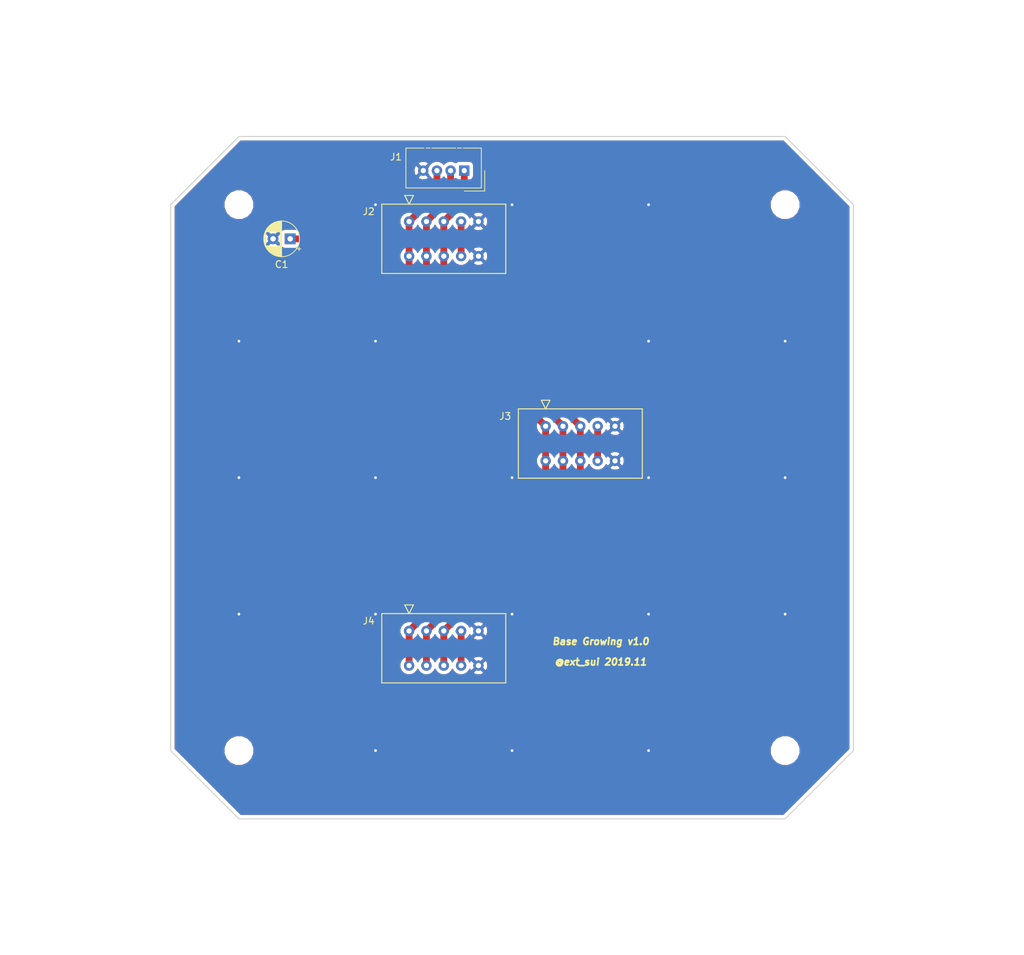
<source format=kicad_pcb>
(kicad_pcb (version 20171130) (host pcbnew "(5.0.2)-1")

  (general
    (thickness 1.6)
    (drawings 14)
    (tracks 77)
    (zones 0)
    (modules 9)
    (nets 8)
  )

  (page A4)
  (layers
    (0 F.Cu signal)
    (31 B.Cu signal)
    (32 B.Adhes user)
    (33 F.Adhes user)
    (34 B.Paste user)
    (35 F.Paste user)
    (36 B.SilkS user)
    (37 F.SilkS user)
    (38 B.Mask user)
    (39 F.Mask user)
    (40 Dwgs.User user)
    (41 Cmts.User user)
    (42 Eco1.User user)
    (43 Eco2.User user)
    (44 Edge.Cuts user)
    (45 Margin user)
    (46 B.CrtYd user)
    (47 F.CrtYd user)
    (48 B.Fab user)
    (49 F.Fab user)
  )

  (setup
    (last_trace_width 1)
    (user_trace_width 0.5)
    (user_trace_width 1)
    (trace_clearance 0.2)
    (zone_clearance 0.508)
    (zone_45_only no)
    (trace_min 0.2)
    (segment_width 0.2)
    (edge_width 0.15)
    (via_size 0.8)
    (via_drill 0.4)
    (via_min_size 0.4)
    (via_min_drill 0.3)
    (uvia_size 0.3)
    (uvia_drill 0.1)
    (uvias_allowed no)
    (uvia_min_size 0.2)
    (uvia_min_drill 0.1)
    (pcb_text_width 0.3)
    (pcb_text_size 1.5 1.5)
    (mod_edge_width 0.15)
    (mod_text_size 1 1)
    (mod_text_width 0.15)
    (pad_size 1.524 1.524)
    (pad_drill 0.762)
    (pad_to_mask_clearance 0.051)
    (solder_mask_min_width 0.25)
    (aux_axis_origin 0 0)
    (visible_elements 7FFFFFFF)
    (pcbplotparams
      (layerselection 0x010fc_ffffffff)
      (usegerberextensions true)
      (usegerberattributes false)
      (usegerberadvancedattributes false)
      (creategerberjobfile false)
      (excludeedgelayer true)
      (linewidth 0.100000)
      (plotframeref false)
      (viasonmask false)
      (mode 1)
      (useauxorigin false)
      (hpglpennumber 1)
      (hpglpenspeed 20)
      (hpglpendiameter 15.000000)
      (psnegative false)
      (psa4output false)
      (plotreference true)
      (plotvalue true)
      (plotinvisibletext false)
      (padsonsilk false)
      (subtractmaskfromsilk false)
      (outputformat 1)
      (mirror false)
      (drillshape 0)
      (scaleselection 1)
      (outputdirectory "Gerber/"))
  )

  (net 0 "")
  (net 1 GND)
  (net 2 SCL)
  (net 3 SDA)
  (net 4 +5V)
  (net 5 "Net-(J2-Pad4)")
  (net 6 "Net-(J3-Pad4)")
  (net 7 "Net-(J4-Pad4)")

  (net_class Default "これはデフォルトのネット クラスです。"
    (clearance 0.2)
    (trace_width 0.25)
    (via_dia 0.8)
    (via_drill 0.4)
    (uvia_dia 0.3)
    (uvia_drill 0.1)
    (add_net +5V)
    (add_net GND)
    (add_net "Net-(J2-Pad4)")
    (add_net "Net-(J3-Pad4)")
    (add_net "Net-(J4-Pad4)")
    (add_net SCL)
    (add_net SDA)
  )

  (module extsui:CONN_CARD_EDGE_395-010-521-201 (layer F.Cu) (tedit 5DC802FC) (tstamp 5DC80E53)
    (at 120 130)
    (path /5DC80660)
    (fp_text reference J4 (at -11 -4) (layer F.SilkS)
      (effects (font (size 1 1) (thickness 0.15)))
    )
    (fp_text value Conn_01x05 (at 0 -8.12) (layer F.Fab)
      (effects (font (size 1 1) (thickness 0.15)))
    )
    (fp_line (start -9.08 -5.08) (end 9.08 -5.08) (layer F.SilkS) (width 0.15))
    (fp_line (start -9.08 5.08) (end 9.08 5.08) (layer F.SilkS) (width 0.15))
    (fp_line (start 9.08 -5.08) (end 9.08 5.08) (layer F.SilkS) (width 0.15))
    (fp_line (start -9.08 -5.08) (end -9.08 5.08) (layer F.SilkS) (width 0.15))
    (fp_line (start -5.08 -5.08) (end -5.715 -6.35) (layer F.SilkS) (width 0.15))
    (fp_line (start -5.715 -6.35) (end -4.445 -6.35) (layer F.SilkS) (width 0.15))
    (fp_line (start -4.445 -6.35) (end -5.08 -5.08) (layer F.SilkS) (width 0.15))
    (pad 1 thru_hole circle (at -5.08 -2.54) (size 1.524 1.524) (drill 0.762) (layers *.Cu *.Mask)
      (net 4 +5V))
    (pad 2 thru_hole circle (at -2.54 -2.54) (size 1.524 1.524) (drill 0.762) (layers *.Cu *.Mask)
      (net 3 SDA))
    (pad 3 thru_hole circle (at 0 -2.54) (size 1.524 1.524) (drill 0.762) (layers *.Cu *.Mask)
      (net 2 SCL))
    (pad 4 thru_hole circle (at 2.54 -2.54) (size 1.524 1.524) (drill 0.762) (layers *.Cu *.Mask)
      (net 7 "Net-(J4-Pad4)"))
    (pad 5 thru_hole circle (at 5.08 -2.54) (size 1.524 1.524) (drill 0.762) (layers *.Cu *.Mask)
      (net 1 GND))
    (pad 1 thru_hole circle (at -5.08 2.54) (size 1.524 1.524) (drill 0.762) (layers *.Cu *.Mask)
      (net 4 +5V))
    (pad 2 thru_hole circle (at -2.54 2.54) (size 1.524 1.524) (drill 0.762) (layers *.Cu *.Mask)
      (net 3 SDA))
    (pad 3 thru_hole circle (at 0 2.54) (size 1.524 1.524) (drill 0.762) (layers *.Cu *.Mask)
      (net 2 SCL))
    (pad 4 thru_hole circle (at 2.54 2.54) (size 1.524 1.524) (drill 0.762) (layers *.Cu *.Mask)
      (net 7 "Net-(J4-Pad4)"))
    (pad 5 thru_hole circle (at 5.08 2.54) (size 1.524 1.524) (drill 0.762) (layers *.Cu *.Mask)
      (net 1 GND))
  )

  (module MountingHole:MountingHole_3.2mm_M3 (layer F.Cu) (tedit 5C68F2D4) (tstamp 5C7A69F3)
    (at 90 65)
    (descr "Mounting Hole 3.2mm, no annular, M3")
    (tags "mounting hole 3.2mm no annular m3")
    (attr virtual)
    (fp_text reference REF1 (at 0 -4.2) (layer F.SilkS) hide
      (effects (font (size 1 1) (thickness 0.15)))
    )
    (fp_text value MountingHole_3.2mm_M3 (at 0 4.2) (layer F.Fab)
      (effects (font (size 1 1) (thickness 0.15)))
    )
    (fp_text user %R (at 0.3 0) (layer F.Fab)
      (effects (font (size 1 1) (thickness 0.15)))
    )
    (fp_circle (center 0 0) (end 3.2 0) (layer Cmts.User) (width 0.15))
    (fp_circle (center 0 0) (end 3.45 0) (layer F.CrtYd) (width 0.05))
    (pad 1 np_thru_hole circle (at 0 0) (size 3.2 3.2) (drill 3.2) (layers *.Cu *.Mask))
  )

  (module MountingHole:MountingHole_3.2mm_M3 (layer F.Cu) (tedit 5C68F2CF) (tstamp 5C7A69F3)
    (at 170 65)
    (descr "Mounting Hole 3.2mm, no annular, M3")
    (tags "mounting hole 3.2mm no annular m3")
    (attr virtual)
    (fp_text reference REF2 (at 0 -4.2) (layer F.SilkS) hide
      (effects (font (size 1 1) (thickness 0.15)))
    )
    (fp_text value MountingHole_3.2mm_M3 (at 0 4.2) (layer F.Fab)
      (effects (font (size 1 1) (thickness 0.15)))
    )
    (fp_text user %R (at 0.3 0) (layer F.Fab)
      (effects (font (size 1 1) (thickness 0.15)))
    )
    (fp_circle (center 0 0) (end 3.2 0) (layer Cmts.User) (width 0.15))
    (fp_circle (center 0 0) (end 3.45 0) (layer F.CrtYd) (width 0.05))
    (pad 1 np_thru_hole circle (at 0 0) (size 3.2 3.2) (drill 3.2) (layers *.Cu *.Mask))
  )

  (module MountingHole:MountingHole_3.2mm_M3 (layer F.Cu) (tedit 5C68F2CA) (tstamp 5C7A69F3)
    (at 170 145)
    (descr "Mounting Hole 3.2mm, no annular, M3")
    (tags "mounting hole 3.2mm no annular m3")
    (attr virtual)
    (fp_text reference REF4 (at 0 -4.2) (layer F.SilkS) hide
      (effects (font (size 1 1) (thickness 0.15)))
    )
    (fp_text value MountingHole_3.2mm_M3 (at 0 4.2) (layer F.Fab)
      (effects (font (size 1 1) (thickness 0.15)))
    )
    (fp_text user %R (at 0.3 0) (layer F.Fab)
      (effects (font (size 1 1) (thickness 0.15)))
    )
    (fp_circle (center 0 0) (end 3.2 0) (layer Cmts.User) (width 0.15))
    (fp_circle (center 0 0) (end 3.45 0) (layer F.CrtYd) (width 0.05))
    (pad 1 np_thru_hole circle (at 0 0) (size 3.2 3.2) (drill 3.2) (layers *.Cu *.Mask))
  )

  (module MountingHole:MountingHole_3.2mm_M3 (layer F.Cu) (tedit 5C68F2C6) (tstamp 5C7A69D5)
    (at 90 145)
    (descr "Mounting Hole 3.2mm, no annular, M3")
    (tags "mounting hole 3.2mm no annular m3")
    (attr virtual)
    (fp_text reference REF3 (at 0 -4.2) (layer F.SilkS) hide
      (effects (font (size 1 1) (thickness 0.15)))
    )
    (fp_text value MountingHole_3.2mm_M3 (at 0 4.2) (layer F.Fab)
      (effects (font (size 1 1) (thickness 0.15)))
    )
    (fp_circle (center 0 0) (end 3.45 0) (layer F.CrtYd) (width 0.05))
    (fp_circle (center 0 0) (end 3.2 0) (layer Cmts.User) (width 0.15))
    (fp_text user %R (at 0.3 0) (layer F.Fab)
      (effects (font (size 1 1) (thickness 0.15)))
    )
    (pad 1 np_thru_hole circle (at 0 0) (size 3.2 3.2) (drill 3.2) (layers *.Cu *.Mask))
  )

  (module Capacitor_THT:CP_Radial_D5.0mm_P2.50mm (layer F.Cu) (tedit 5AE50EF0) (tstamp 5DC80E0C)
    (at 97.5 70 180)
    (descr "CP, Radial series, Radial, pin pitch=2.50mm, , diameter=5mm, Electrolytic Capacitor")
    (tags "CP Radial series Radial pin pitch 2.50mm  diameter 5mm Electrolytic Capacitor")
    (path /5DCA65A2)
    (fp_text reference C1 (at 1.25 -3.75 180) (layer F.SilkS)
      (effects (font (size 1 1) (thickness 0.15)))
    )
    (fp_text value 10u (at 1.25 3.75 180) (layer F.Fab)
      (effects (font (size 1 1) (thickness 0.15)))
    )
    (fp_circle (center 1.25 0) (end 3.75 0) (layer F.Fab) (width 0.1))
    (fp_circle (center 1.25 0) (end 3.87 0) (layer F.SilkS) (width 0.12))
    (fp_circle (center 1.25 0) (end 4 0) (layer F.CrtYd) (width 0.05))
    (fp_line (start -0.883605 -1.0875) (end -0.383605 -1.0875) (layer F.Fab) (width 0.1))
    (fp_line (start -0.633605 -1.3375) (end -0.633605 -0.8375) (layer F.Fab) (width 0.1))
    (fp_line (start 1.25 -2.58) (end 1.25 2.58) (layer F.SilkS) (width 0.12))
    (fp_line (start 1.29 -2.58) (end 1.29 2.58) (layer F.SilkS) (width 0.12))
    (fp_line (start 1.33 -2.579) (end 1.33 2.579) (layer F.SilkS) (width 0.12))
    (fp_line (start 1.37 -2.578) (end 1.37 2.578) (layer F.SilkS) (width 0.12))
    (fp_line (start 1.41 -2.576) (end 1.41 2.576) (layer F.SilkS) (width 0.12))
    (fp_line (start 1.45 -2.573) (end 1.45 2.573) (layer F.SilkS) (width 0.12))
    (fp_line (start 1.49 -2.569) (end 1.49 -1.04) (layer F.SilkS) (width 0.12))
    (fp_line (start 1.49 1.04) (end 1.49 2.569) (layer F.SilkS) (width 0.12))
    (fp_line (start 1.53 -2.565) (end 1.53 -1.04) (layer F.SilkS) (width 0.12))
    (fp_line (start 1.53 1.04) (end 1.53 2.565) (layer F.SilkS) (width 0.12))
    (fp_line (start 1.57 -2.561) (end 1.57 -1.04) (layer F.SilkS) (width 0.12))
    (fp_line (start 1.57 1.04) (end 1.57 2.561) (layer F.SilkS) (width 0.12))
    (fp_line (start 1.61 -2.556) (end 1.61 -1.04) (layer F.SilkS) (width 0.12))
    (fp_line (start 1.61 1.04) (end 1.61 2.556) (layer F.SilkS) (width 0.12))
    (fp_line (start 1.65 -2.55) (end 1.65 -1.04) (layer F.SilkS) (width 0.12))
    (fp_line (start 1.65 1.04) (end 1.65 2.55) (layer F.SilkS) (width 0.12))
    (fp_line (start 1.69 -2.543) (end 1.69 -1.04) (layer F.SilkS) (width 0.12))
    (fp_line (start 1.69 1.04) (end 1.69 2.543) (layer F.SilkS) (width 0.12))
    (fp_line (start 1.73 -2.536) (end 1.73 -1.04) (layer F.SilkS) (width 0.12))
    (fp_line (start 1.73 1.04) (end 1.73 2.536) (layer F.SilkS) (width 0.12))
    (fp_line (start 1.77 -2.528) (end 1.77 -1.04) (layer F.SilkS) (width 0.12))
    (fp_line (start 1.77 1.04) (end 1.77 2.528) (layer F.SilkS) (width 0.12))
    (fp_line (start 1.81 -2.52) (end 1.81 -1.04) (layer F.SilkS) (width 0.12))
    (fp_line (start 1.81 1.04) (end 1.81 2.52) (layer F.SilkS) (width 0.12))
    (fp_line (start 1.85 -2.511) (end 1.85 -1.04) (layer F.SilkS) (width 0.12))
    (fp_line (start 1.85 1.04) (end 1.85 2.511) (layer F.SilkS) (width 0.12))
    (fp_line (start 1.89 -2.501) (end 1.89 -1.04) (layer F.SilkS) (width 0.12))
    (fp_line (start 1.89 1.04) (end 1.89 2.501) (layer F.SilkS) (width 0.12))
    (fp_line (start 1.93 -2.491) (end 1.93 -1.04) (layer F.SilkS) (width 0.12))
    (fp_line (start 1.93 1.04) (end 1.93 2.491) (layer F.SilkS) (width 0.12))
    (fp_line (start 1.971 -2.48) (end 1.971 -1.04) (layer F.SilkS) (width 0.12))
    (fp_line (start 1.971 1.04) (end 1.971 2.48) (layer F.SilkS) (width 0.12))
    (fp_line (start 2.011 -2.468) (end 2.011 -1.04) (layer F.SilkS) (width 0.12))
    (fp_line (start 2.011 1.04) (end 2.011 2.468) (layer F.SilkS) (width 0.12))
    (fp_line (start 2.051 -2.455) (end 2.051 -1.04) (layer F.SilkS) (width 0.12))
    (fp_line (start 2.051 1.04) (end 2.051 2.455) (layer F.SilkS) (width 0.12))
    (fp_line (start 2.091 -2.442) (end 2.091 -1.04) (layer F.SilkS) (width 0.12))
    (fp_line (start 2.091 1.04) (end 2.091 2.442) (layer F.SilkS) (width 0.12))
    (fp_line (start 2.131 -2.428) (end 2.131 -1.04) (layer F.SilkS) (width 0.12))
    (fp_line (start 2.131 1.04) (end 2.131 2.428) (layer F.SilkS) (width 0.12))
    (fp_line (start 2.171 -2.414) (end 2.171 -1.04) (layer F.SilkS) (width 0.12))
    (fp_line (start 2.171 1.04) (end 2.171 2.414) (layer F.SilkS) (width 0.12))
    (fp_line (start 2.211 -2.398) (end 2.211 -1.04) (layer F.SilkS) (width 0.12))
    (fp_line (start 2.211 1.04) (end 2.211 2.398) (layer F.SilkS) (width 0.12))
    (fp_line (start 2.251 -2.382) (end 2.251 -1.04) (layer F.SilkS) (width 0.12))
    (fp_line (start 2.251 1.04) (end 2.251 2.382) (layer F.SilkS) (width 0.12))
    (fp_line (start 2.291 -2.365) (end 2.291 -1.04) (layer F.SilkS) (width 0.12))
    (fp_line (start 2.291 1.04) (end 2.291 2.365) (layer F.SilkS) (width 0.12))
    (fp_line (start 2.331 -2.348) (end 2.331 -1.04) (layer F.SilkS) (width 0.12))
    (fp_line (start 2.331 1.04) (end 2.331 2.348) (layer F.SilkS) (width 0.12))
    (fp_line (start 2.371 -2.329) (end 2.371 -1.04) (layer F.SilkS) (width 0.12))
    (fp_line (start 2.371 1.04) (end 2.371 2.329) (layer F.SilkS) (width 0.12))
    (fp_line (start 2.411 -2.31) (end 2.411 -1.04) (layer F.SilkS) (width 0.12))
    (fp_line (start 2.411 1.04) (end 2.411 2.31) (layer F.SilkS) (width 0.12))
    (fp_line (start 2.451 -2.29) (end 2.451 -1.04) (layer F.SilkS) (width 0.12))
    (fp_line (start 2.451 1.04) (end 2.451 2.29) (layer F.SilkS) (width 0.12))
    (fp_line (start 2.491 -2.268) (end 2.491 -1.04) (layer F.SilkS) (width 0.12))
    (fp_line (start 2.491 1.04) (end 2.491 2.268) (layer F.SilkS) (width 0.12))
    (fp_line (start 2.531 -2.247) (end 2.531 -1.04) (layer F.SilkS) (width 0.12))
    (fp_line (start 2.531 1.04) (end 2.531 2.247) (layer F.SilkS) (width 0.12))
    (fp_line (start 2.571 -2.224) (end 2.571 -1.04) (layer F.SilkS) (width 0.12))
    (fp_line (start 2.571 1.04) (end 2.571 2.224) (layer F.SilkS) (width 0.12))
    (fp_line (start 2.611 -2.2) (end 2.611 -1.04) (layer F.SilkS) (width 0.12))
    (fp_line (start 2.611 1.04) (end 2.611 2.2) (layer F.SilkS) (width 0.12))
    (fp_line (start 2.651 -2.175) (end 2.651 -1.04) (layer F.SilkS) (width 0.12))
    (fp_line (start 2.651 1.04) (end 2.651 2.175) (layer F.SilkS) (width 0.12))
    (fp_line (start 2.691 -2.149) (end 2.691 -1.04) (layer F.SilkS) (width 0.12))
    (fp_line (start 2.691 1.04) (end 2.691 2.149) (layer F.SilkS) (width 0.12))
    (fp_line (start 2.731 -2.122) (end 2.731 -1.04) (layer F.SilkS) (width 0.12))
    (fp_line (start 2.731 1.04) (end 2.731 2.122) (layer F.SilkS) (width 0.12))
    (fp_line (start 2.771 -2.095) (end 2.771 -1.04) (layer F.SilkS) (width 0.12))
    (fp_line (start 2.771 1.04) (end 2.771 2.095) (layer F.SilkS) (width 0.12))
    (fp_line (start 2.811 -2.065) (end 2.811 -1.04) (layer F.SilkS) (width 0.12))
    (fp_line (start 2.811 1.04) (end 2.811 2.065) (layer F.SilkS) (width 0.12))
    (fp_line (start 2.851 -2.035) (end 2.851 -1.04) (layer F.SilkS) (width 0.12))
    (fp_line (start 2.851 1.04) (end 2.851 2.035) (layer F.SilkS) (width 0.12))
    (fp_line (start 2.891 -2.004) (end 2.891 -1.04) (layer F.SilkS) (width 0.12))
    (fp_line (start 2.891 1.04) (end 2.891 2.004) (layer F.SilkS) (width 0.12))
    (fp_line (start 2.931 -1.971) (end 2.931 -1.04) (layer F.SilkS) (width 0.12))
    (fp_line (start 2.931 1.04) (end 2.931 1.971) (layer F.SilkS) (width 0.12))
    (fp_line (start 2.971 -1.937) (end 2.971 -1.04) (layer F.SilkS) (width 0.12))
    (fp_line (start 2.971 1.04) (end 2.971 1.937) (layer F.SilkS) (width 0.12))
    (fp_line (start 3.011 -1.901) (end 3.011 -1.04) (layer F.SilkS) (width 0.12))
    (fp_line (start 3.011 1.04) (end 3.011 1.901) (layer F.SilkS) (width 0.12))
    (fp_line (start 3.051 -1.864) (end 3.051 -1.04) (layer F.SilkS) (width 0.12))
    (fp_line (start 3.051 1.04) (end 3.051 1.864) (layer F.SilkS) (width 0.12))
    (fp_line (start 3.091 -1.826) (end 3.091 -1.04) (layer F.SilkS) (width 0.12))
    (fp_line (start 3.091 1.04) (end 3.091 1.826) (layer F.SilkS) (width 0.12))
    (fp_line (start 3.131 -1.785) (end 3.131 -1.04) (layer F.SilkS) (width 0.12))
    (fp_line (start 3.131 1.04) (end 3.131 1.785) (layer F.SilkS) (width 0.12))
    (fp_line (start 3.171 -1.743) (end 3.171 -1.04) (layer F.SilkS) (width 0.12))
    (fp_line (start 3.171 1.04) (end 3.171 1.743) (layer F.SilkS) (width 0.12))
    (fp_line (start 3.211 -1.699) (end 3.211 -1.04) (layer F.SilkS) (width 0.12))
    (fp_line (start 3.211 1.04) (end 3.211 1.699) (layer F.SilkS) (width 0.12))
    (fp_line (start 3.251 -1.653) (end 3.251 -1.04) (layer F.SilkS) (width 0.12))
    (fp_line (start 3.251 1.04) (end 3.251 1.653) (layer F.SilkS) (width 0.12))
    (fp_line (start 3.291 -1.605) (end 3.291 -1.04) (layer F.SilkS) (width 0.12))
    (fp_line (start 3.291 1.04) (end 3.291 1.605) (layer F.SilkS) (width 0.12))
    (fp_line (start 3.331 -1.554) (end 3.331 -1.04) (layer F.SilkS) (width 0.12))
    (fp_line (start 3.331 1.04) (end 3.331 1.554) (layer F.SilkS) (width 0.12))
    (fp_line (start 3.371 -1.5) (end 3.371 -1.04) (layer F.SilkS) (width 0.12))
    (fp_line (start 3.371 1.04) (end 3.371 1.5) (layer F.SilkS) (width 0.12))
    (fp_line (start 3.411 -1.443) (end 3.411 -1.04) (layer F.SilkS) (width 0.12))
    (fp_line (start 3.411 1.04) (end 3.411 1.443) (layer F.SilkS) (width 0.12))
    (fp_line (start 3.451 -1.383) (end 3.451 -1.04) (layer F.SilkS) (width 0.12))
    (fp_line (start 3.451 1.04) (end 3.451 1.383) (layer F.SilkS) (width 0.12))
    (fp_line (start 3.491 -1.319) (end 3.491 -1.04) (layer F.SilkS) (width 0.12))
    (fp_line (start 3.491 1.04) (end 3.491 1.319) (layer F.SilkS) (width 0.12))
    (fp_line (start 3.531 -1.251) (end 3.531 -1.04) (layer F.SilkS) (width 0.12))
    (fp_line (start 3.531 1.04) (end 3.531 1.251) (layer F.SilkS) (width 0.12))
    (fp_line (start 3.571 -1.178) (end 3.571 1.178) (layer F.SilkS) (width 0.12))
    (fp_line (start 3.611 -1.098) (end 3.611 1.098) (layer F.SilkS) (width 0.12))
    (fp_line (start 3.651 -1.011) (end 3.651 1.011) (layer F.SilkS) (width 0.12))
    (fp_line (start 3.691 -0.915) (end 3.691 0.915) (layer F.SilkS) (width 0.12))
    (fp_line (start 3.731 -0.805) (end 3.731 0.805) (layer F.SilkS) (width 0.12))
    (fp_line (start 3.771 -0.677) (end 3.771 0.677) (layer F.SilkS) (width 0.12))
    (fp_line (start 3.811 -0.518) (end 3.811 0.518) (layer F.SilkS) (width 0.12))
    (fp_line (start 3.851 -0.284) (end 3.851 0.284) (layer F.SilkS) (width 0.12))
    (fp_line (start -1.554775 -1.475) (end -1.054775 -1.475) (layer F.SilkS) (width 0.12))
    (fp_line (start -1.304775 -1.725) (end -1.304775 -1.225) (layer F.SilkS) (width 0.12))
    (fp_text user %R (at 1.25 0 180) (layer F.Fab)
      (effects (font (size 1 1) (thickness 0.15)))
    )
    (pad 1 thru_hole rect (at 0 0 180) (size 1.6 1.6) (drill 0.8) (layers *.Cu *.Mask)
      (net 4 +5V))
    (pad 2 thru_hole circle (at 2.5 0 180) (size 1.6 1.6) (drill 0.8) (layers *.Cu *.Mask)
      (net 1 GND))
    (model ${KISYS3DMOD}/Capacitor_THT.3dshapes/CP_Radial_D5.0mm_P2.50mm.wrl
      (at (xyz 0 0 0))
      (scale (xyz 1 1 1))
      (rotate (xyz 0 0 0))
    )
  )

  (module Connector:NS-Tech_Grove_1x04_P2mm_Vertical (layer F.Cu) (tedit 5A2A5779) (tstamp 5DC81140)
    (at 123 60 270)
    (descr https://statics3.seeedstudio.com/images/opl/datasheet/3470130P1.pdf)
    (tags Grove-1x04)
    (path /5C711B3C)
    (fp_text reference J1 (at -2 10) (layer F.SilkS)
      (effects (font (size 1 1) (thickness 0.15)))
    )
    (fp_text value Conn_01x04 (at 4.19 2.83) (layer F.Fab)
      (effects (font (size 1 1) (thickness 0.15)))
    )
    (fp_text user %R (at -2 2) (layer F.Fab)
      (effects (font (size 1 1) (thickness 0.15)))
    )
    (fp_line (start 0.9 0) (end 2.2 1) (layer F.Fab) (width 0.1))
    (fp_line (start 2.2 -1) (end 0.9 0) (layer F.Fab) (width 0.1))
    (fp_line (start 3 -3) (end 3 0) (layer F.SilkS) (width 0.12))
    (fp_line (start 0 -3) (end 3 -3) (layer F.SilkS) (width 0.12))
    (fp_line (start -3.45 -2.65) (end -3.45 8.7) (layer F.CrtYd) (width 0.05))
    (fp_line (start -3.45 8.7) (end 2.7 8.7) (layer F.CrtYd) (width 0.05))
    (fp_line (start 2.7 8.7) (end 2.7 -2.65) (layer F.CrtYd) (width 0.05))
    (fp_line (start -3.45 -2.65) (end 2.7 -2.65) (layer F.CrtYd) (width 0.05))
    (fp_line (start -3.3 5) (end -3.3 5.6) (layer F.SilkS) (width 0.12))
    (fp_line (start -3.3 0.4) (end -3.3 1) (layer F.SilkS) (width 0.12))
    (fp_line (start 2.55 -2.5) (end 2.55 8.55) (layer F.SilkS) (width 0.12))
    (fp_line (start -3.3 -2.5) (end 2.55 -2.5) (layer F.SilkS) (width 0.12))
    (fp_line (start -3.3 1.25) (end -3.3 4.75) (layer F.SilkS) (width 0.12))
    (fp_line (start -3.3 8.55) (end 2.55 8.55) (layer F.SilkS) (width 0.12))
    (fp_line (start -3.3 -2.5) (end -3.3 0.15) (layer F.SilkS) (width 0.12))
    (fp_line (start -3.3 5.9) (end -3.3 8.55) (layer F.SilkS) (width 0.12))
    (fp_line (start -2.9 -2.1) (end 2.2 -2.1) (layer F.Fab) (width 0.1))
    (fp_line (start 2.2 -2.1) (end 2.2 8.1) (layer F.Fab) (width 0.1))
    (fp_line (start 2.2 8.1) (end -2.9 8.1) (layer F.Fab) (width 0.1))
    (fp_line (start -2.9 8.1) (end -2.9 -2.1) (layer F.Fab) (width 0.1))
    (pad 1 thru_hole rect (at 0 0 270) (size 1.524 1.524) (drill 0.762) (layers *.Cu *.Mask)
      (net 2 SCL))
    (pad 2 thru_hole circle (at 0 2 270) (size 1.524 1.524) (drill 0.762) (layers *.Cu *.Mask)
      (net 3 SDA))
    (pad 3 thru_hole circle (at 0 4 270) (size 1.524 1.524) (drill 0.762) (layers *.Cu *.Mask)
      (net 4 +5V))
    (pad 4 thru_hole circle (at 0 6 270) (size 1.524 1.524) (drill 0.762) (layers *.Cu *.Mask)
      (net 1 GND))
    (model ${KISYS3DMOD}/Connector.3dshapes/NS-Tech_Grove_1x04_P2mm_Vertical.wrl
      (at (xyz 0 0 0))
      (scale (xyz 0.3937 0.3937 0.3937))
      (rotate (xyz 0 0 -90))
    )
  )

  (module extsui:CONN_CARD_EDGE_395-010-521-201 (layer F.Cu) (tedit 5DC802FC) (tstamp 5DC80E3E)
    (at 140 100)
    (path /5DC813DF)
    (fp_text reference J3 (at -11 -4) (layer F.SilkS)
      (effects (font (size 1 1) (thickness 0.15)))
    )
    (fp_text value Conn_01x05 (at 0 -8.12) (layer F.Fab)
      (effects (font (size 1 1) (thickness 0.15)))
    )
    (fp_line (start -4.445 -6.35) (end -5.08 -5.08) (layer F.SilkS) (width 0.15))
    (fp_line (start -5.715 -6.35) (end -4.445 -6.35) (layer F.SilkS) (width 0.15))
    (fp_line (start -5.08 -5.08) (end -5.715 -6.35) (layer F.SilkS) (width 0.15))
    (fp_line (start -9.08 -5.08) (end -9.08 5.08) (layer F.SilkS) (width 0.15))
    (fp_line (start 9.08 -5.08) (end 9.08 5.08) (layer F.SilkS) (width 0.15))
    (fp_line (start -9.08 5.08) (end 9.08 5.08) (layer F.SilkS) (width 0.15))
    (fp_line (start -9.08 -5.08) (end 9.08 -5.08) (layer F.SilkS) (width 0.15))
    (pad 5 thru_hole circle (at 5.08 2.54) (size 1.524 1.524) (drill 0.762) (layers *.Cu *.Mask)
      (net 1 GND))
    (pad 4 thru_hole circle (at 2.54 2.54) (size 1.524 1.524) (drill 0.762) (layers *.Cu *.Mask)
      (net 6 "Net-(J3-Pad4)"))
    (pad 3 thru_hole circle (at 0 2.54) (size 1.524 1.524) (drill 0.762) (layers *.Cu *.Mask)
      (net 2 SCL))
    (pad 2 thru_hole circle (at -2.54 2.54) (size 1.524 1.524) (drill 0.762) (layers *.Cu *.Mask)
      (net 3 SDA))
    (pad 1 thru_hole circle (at -5.08 2.54) (size 1.524 1.524) (drill 0.762) (layers *.Cu *.Mask)
      (net 4 +5V))
    (pad 5 thru_hole circle (at 5.08 -2.54) (size 1.524 1.524) (drill 0.762) (layers *.Cu *.Mask)
      (net 1 GND))
    (pad 4 thru_hole circle (at 2.54 -2.54) (size 1.524 1.524) (drill 0.762) (layers *.Cu *.Mask)
      (net 6 "Net-(J3-Pad4)"))
    (pad 3 thru_hole circle (at 0 -2.54) (size 1.524 1.524) (drill 0.762) (layers *.Cu *.Mask)
      (net 2 SCL))
    (pad 2 thru_hole circle (at -2.54 -2.54) (size 1.524 1.524) (drill 0.762) (layers *.Cu *.Mask)
      (net 3 SDA))
    (pad 1 thru_hole circle (at -5.08 -2.54) (size 1.524 1.524) (drill 0.762) (layers *.Cu *.Mask)
      (net 4 +5V))
  )

  (module extsui:CONN_CARD_EDGE_395-010-521-201 (layer F.Cu) (tedit 5DC802FC) (tstamp 5DC812C1)
    (at 120 70)
    (path /5DC8154E)
    (fp_text reference J2 (at -11 -4) (layer F.SilkS)
      (effects (font (size 1 1) (thickness 0.15)))
    )
    (fp_text value Conn_01x05 (at 0 -8.12) (layer F.Fab)
      (effects (font (size 1 1) (thickness 0.15)))
    )
    (fp_line (start -9.08 -5.08) (end 9.08 -5.08) (layer F.SilkS) (width 0.15))
    (fp_line (start -9.08 5.08) (end 9.08 5.08) (layer F.SilkS) (width 0.15))
    (fp_line (start 9.08 -5.08) (end 9.08 5.08) (layer F.SilkS) (width 0.15))
    (fp_line (start -9.08 -5.08) (end -9.08 5.08) (layer F.SilkS) (width 0.15))
    (fp_line (start -5.08 -5.08) (end -5.715 -6.35) (layer F.SilkS) (width 0.15))
    (fp_line (start -5.715 -6.35) (end -4.445 -6.35) (layer F.SilkS) (width 0.15))
    (fp_line (start -4.445 -6.35) (end -5.08 -5.08) (layer F.SilkS) (width 0.15))
    (pad 1 thru_hole circle (at -5.08 -2.54) (size 1.524 1.524) (drill 0.762) (layers *.Cu *.Mask)
      (net 4 +5V))
    (pad 2 thru_hole circle (at -2.54 -2.54) (size 1.524 1.524) (drill 0.762) (layers *.Cu *.Mask)
      (net 3 SDA))
    (pad 3 thru_hole circle (at 0 -2.54) (size 1.524 1.524) (drill 0.762) (layers *.Cu *.Mask)
      (net 2 SCL))
    (pad 4 thru_hole circle (at 2.54 -2.54) (size 1.524 1.524) (drill 0.762) (layers *.Cu *.Mask)
      (net 5 "Net-(J2-Pad4)"))
    (pad 5 thru_hole circle (at 5.08 -2.54) (size 1.524 1.524) (drill 0.762) (layers *.Cu *.Mask)
      (net 1 GND))
    (pad 1 thru_hole circle (at -5.08 2.54) (size 1.524 1.524) (drill 0.762) (layers *.Cu *.Mask)
      (net 4 +5V))
    (pad 2 thru_hole circle (at -2.54 2.54) (size 1.524 1.524) (drill 0.762) (layers *.Cu *.Mask)
      (net 3 SDA))
    (pad 3 thru_hole circle (at 0 2.54) (size 1.524 1.524) (drill 0.762) (layers *.Cu *.Mask)
      (net 2 SCL))
    (pad 4 thru_hole circle (at 2.54 2.54) (size 1.524 1.524) (drill 0.762) (layers *.Cu *.Mask)
      (net 5 "Net-(J2-Pad4)"))
    (pad 5 thru_hole circle (at 5.08 2.54) (size 1.524 1.524) (drill 0.762) (layers *.Cu *.Mask)
      (net 1 GND))
  )

  (gr_text "@ext_sui 2019.11" (at 143 132) (layer F.SilkS) (tstamp 5C8D2CC2)
    (effects (font (size 1 1) (thickness 0.25) italic))
  )
  (gr_text "Base Growing v1.0" (at 143 129) (layer F.SilkS)
    (effects (font (size 1 1) (thickness 0.25) italic))
  )
  (dimension 10 (width 0.3) (layer F.Fab)
    (gr_text "10.000 mm" (at 85 161.540058) (layer F.Fab)
      (effects (font (size 1.5 1.5) (thickness 0.3)))
    )
    (feature1 (pts (xy 90 158.440058) (xy 90 160.026479)))
    (feature2 (pts (xy 80 158.440058) (xy 80 160.026479)))
    (crossbar (pts (xy 80 159.440058) (xy 90 159.440058)))
    (arrow1a (pts (xy 90 159.440058) (xy 88.873496 160.026479)))
    (arrow1b (pts (xy 90 159.440058) (xy 88.873496 158.853637)))
    (arrow2a (pts (xy 80 159.440058) (xy 81.126504 160.026479)))
    (arrow2b (pts (xy 80 159.440058) (xy 81.126504 158.853637)))
  )
  (dimension 10 (width 0.3) (layer F.Fab) (tstamp 5C6798C7)
    (gr_text "10.000 mm" (at 73.775467 150 270) (layer F.Fab) (tstamp 5C6798C7)
      (effects (font (size 1.5 1.5) (thickness 0.3)))
    )
    (feature1 (pts (xy 76.875467 155) (xy 75.289046 155)))
    (feature2 (pts (xy 76.875467 145) (xy 75.289046 145)))
    (crossbar (pts (xy 75.875467 145) (xy 75.875467 155)))
    (arrow1a (pts (xy 75.875467 155) (xy 75.289046 153.873496)))
    (arrow1b (pts (xy 75.875467 155) (xy 76.461888 153.873496)))
    (arrow2a (pts (xy 75.875467 145) (xy 75.289046 146.126504)))
    (arrow2b (pts (xy 75.875467 145) (xy 76.461888 146.126504)))
  )
  (dimension 100 (width 0.3) (layer F.Fab) (tstamp 5C6798CD)
    (gr_text "100.000 mm" (at 68.202951 105 90) (layer F.Fab) (tstamp 5C6798CD)
      (effects (font (size 1.5 1.5) (thickness 0.3)))
    )
    (feature1 (pts (xy 71.302951 55) (xy 69.71653 55)))
    (feature2 (pts (xy 71.302951 155) (xy 69.71653 155)))
    (crossbar (pts (xy 70.302951 155) (xy 70.302951 55)))
    (arrow1a (pts (xy 70.302951 55) (xy 70.889372 56.126504)))
    (arrow1b (pts (xy 70.302951 55) (xy 69.71653 56.126504)))
    (arrow2a (pts (xy 70.302951 155) (xy 70.889372 153.873496)))
    (arrow2b (pts (xy 70.302951 155) (xy 69.71653 153.873496)))
  )
  (dimension 100 (width 0.3) (layer F.Fab)
    (gr_text "100.000 mm" (at 130 167.025014) (layer F.Fab)
      (effects (font (size 1.5 1.5) (thickness 0.3)))
    )
    (feature1 (pts (xy 180 164.425015) (xy 180 165.511435)))
    (feature2 (pts (xy 80 164.425015) (xy 80 165.511435)))
    (crossbar (pts (xy 80 164.925014) (xy 180 164.925014)))
    (arrow1a (pts (xy 180 164.925014) (xy 178.873496 165.511435)))
    (arrow1b (pts (xy 180 164.925014) (xy 178.873496 164.338593)))
    (arrow2a (pts (xy 80 164.925014) (xy 81.126504 165.511435)))
    (arrow2b (pts (xy 80 164.925014) (xy 81.126504 164.338593)))
  )
  (gr_line (start 80 145) (end 90 155) (layer Edge.Cuts) (width 0.15))
  (gr_line (start 80 65) (end 80 145) (layer Edge.Cuts) (width 0.15))
  (gr_line (start 90 55) (end 80 65) (layer Edge.Cuts) (width 0.15))
  (gr_line (start 170 55) (end 90 55) (layer Edge.Cuts) (width 0.15))
  (gr_line (start 180 65) (end 170 55) (layer Edge.Cuts) (width 0.15))
  (gr_line (start 180 145) (end 180 65) (layer Edge.Cuts) (width 0.15))
  (gr_line (start 170 155) (end 180 145) (layer Edge.Cuts) (width 0.15))
  (gr_line (start 90 155) (end 170 155) (layer Edge.Cuts) (width 0.15))

  (via (at 130 145) (size 0.8) (drill 0.4) (layers F.Cu B.Cu) (net 1))
  (via (at 110 145) (size 0.8) (drill 0.4) (layers F.Cu B.Cu) (net 1))
  (via (at 150 145) (size 0.8) (drill 0.4) (layers F.Cu B.Cu) (net 1))
  (via (at 170 125) (size 0.8) (drill 0.4) (layers F.Cu B.Cu) (net 1))
  (via (at 150 125) (size 0.8) (drill 0.4) (layers F.Cu B.Cu) (net 1))
  (via (at 110 125) (size 0.8) (drill 0.4) (layers F.Cu B.Cu) (net 1))
  (via (at 90 125) (size 0.8) (drill 0.4) (layers F.Cu B.Cu) (net 1))
  (via (at 90 105) (size 0.8) (drill 0.4) (layers F.Cu B.Cu) (net 1))
  (via (at 110 105) (size 0.8) (drill 0.4) (layers F.Cu B.Cu) (net 1))
  (via (at 110 85) (size 0.8) (drill 0.4) (layers F.Cu B.Cu) (net 1))
  (via (at 90 85) (size 0.8) (drill 0.4) (layers F.Cu B.Cu) (net 1))
  (via (at 130 125) (size 0.8) (drill 0.4) (layers F.Cu B.Cu) (net 1))
  (via (at 150 105) (size 0.8) (drill 0.4) (layers F.Cu B.Cu) (net 1))
  (via (at 130 105) (size 0.8) (drill 0.4) (layers F.Cu B.Cu) (net 1))
  (via (at 170 105) (size 0.8) (drill 0.4) (layers F.Cu B.Cu) (net 1))
  (via (at 170 85) (size 0.8) (drill 0.4) (layers F.Cu B.Cu) (net 1))
  (via (at 150 85) (size 0.8) (drill 0.4) (layers F.Cu B.Cu) (net 1))
  (via (at 130 65) (size 0.8) (drill 0.4) (layers F.Cu B.Cu) (net 1))
  (via (at 150 65) (size 0.8) (drill 0.4) (layers F.Cu B.Cu) (net 1))
  (via (at 110 65) (size 0.8) (drill 0.4) (layers F.Cu B.Cu) (net 1))
  (segment (start 120 67.46) (end 120 72.54) (width 1) (layer F.Cu) (net 2))
  (segment (start 140 97.46) (end 140 102.54) (width 1) (layer F.Cu) (net 2))
  (segment (start 120 127.46) (end 120 132.54) (width 1) (layer F.Cu) (net 2))
  (segment (start 123 64.46) (end 123 60) (width 1) (layer F.Cu) (net 2))
  (segment (start 120 67.46) (end 123 64.46) (width 1) (layer F.Cu) (net 2))
  (segment (start 120 77.46) (end 140 97.46) (width 1) (layer F.Cu) (net 2))
  (segment (start 120 72.54) (end 120 77.46) (width 1) (layer F.Cu) (net 2))
  (segment (start 140 107.46) (end 140 102.54) (width 1) (layer F.Cu) (net 2))
  (segment (start 120 127.46) (end 140 107.46) (width 1) (layer F.Cu) (net 2))
  (segment (start 117.5 67.75) (end 117.5 67.75) (width 0.5) (layer F.Cu) (net 3) (tstamp 5C6D4325))
  (segment (start 117.5 67.75) (end 117.5 67.75) (width 0.5) (layer F.Cu) (net 3) (tstamp 5C8D23F2))
  (segment (start 117.5 127.75) (end 117.957 127.5) (width 0.5) (layer B.Cu) (net 3) (tstamp 5C6D47AB))
  (segment (start 117.957 127.5) (end 117.957 127.5) (width 0.5) (layer B.Cu) (net 3) (tstamp 5C6D470C))
  (segment (start 117.957 127.503) (end 117.5 127.75) (width 0.5) (layer B.Cu) (net 3))
  (segment (start 117.957 127.457) (end 117.957 127.5) (width 0.25) (layer B.Cu) (net 3))
  (segment (start 117.957 127.5) (end 118 127.5) (width 0.25) (layer F.Cu) (net 3))
  (segment (start 118 127.5) (end 117.957 127.457) (width 0.5) (layer B.Cu) (net 3))
  (segment (start 117.46 67.46) (end 117.46 72.54) (width 1) (layer F.Cu) (net 3))
  (segment (start 137.46 97.46) (end 137.46 102.54) (width 1) (layer F.Cu) (net 3))
  (segment (start 117.46 132.54) (end 117.46 127.46) (width 1) (layer F.Cu) (net 3))
  (segment (start 121 63.92) (end 121 60) (width 1) (layer F.Cu) (net 3))
  (segment (start 117.46 67.46) (end 121 63.92) (width 1) (layer F.Cu) (net 3))
  (segment (start 117.46 73.61763) (end 117.46 72.54) (width 1) (layer F.Cu) (net 3))
  (segment (start 137.46 97.46) (end 117.46 77.46) (width 1) (layer F.Cu) (net 3))
  (segment (start 117.46 77.46) (end 117.46 73.61763) (width 1) (layer F.Cu) (net 3))
  (segment (start 137.46 107.46) (end 137.46 102.54) (width 1) (layer F.Cu) (net 3))
  (segment (start 117.46 127.46) (end 137.46 107.46) (width 1) (layer F.Cu) (net 3))
  (segment (start 134.92 97.46) (end 134.92 102.54) (width 1) (layer F.Cu) (net 4))
  (segment (start 114.92 127.46) (end 114.92 132.54) (width 1) (layer F.Cu) (net 4))
  (segment (start 97.5 70) (end 112.38 70) (width 1) (layer F.Cu) (net 4))
  (segment (start 114 69.92) (end 114.92 69) (width 1) (layer F.Cu) (net 4))
  (segment (start 114 70) (end 114 69.92) (width 1) (layer F.Cu) (net 4))
  (segment (start 114.92 69) (end 114.92 70) (width 1) (layer F.Cu) (net 4))
  (segment (start 114.92 67.46) (end 114.92 69) (width 1) (layer F.Cu) (net 4))
  (segment (start 114 70) (end 114.92 70) (width 1) (layer F.Cu) (net 4))
  (segment (start 112.38 70) (end 114 70) (width 1) (layer F.Cu) (net 4))
  (segment (start 114.92 70.92) (end 114 70) (width 1) (layer F.Cu) (net 4))
  (segment (start 114.92 71) (end 114.92 70.92) (width 1) (layer F.Cu) (net 4))
  (segment (start 114.92 71) (end 114.92 72.54) (width 1) (layer F.Cu) (net 4))
  (segment (start 114.92 70) (end 114.92 71) (width 1) (layer F.Cu) (net 4))
  (segment (start 119 63.38) (end 119 60) (width 1) (layer F.Cu) (net 4))
  (segment (start 114.92 67.46) (end 119 63.38) (width 1) (layer F.Cu) (net 4))
  (segment (start 114.92 77.46) (end 134.92 97.46) (width 1) (layer F.Cu) (net 4))
  (segment (start 114.92 72.54) (end 114.92 77.46) (width 1) (layer F.Cu) (net 4))
  (segment (start 134.92 107.46) (end 114.92 127.46) (width 1) (layer F.Cu) (net 4))
  (segment (start 134.92 102.54) (end 134.92 107.46) (width 1) (layer F.Cu) (net 4))
  (segment (start 122 67.5) (end 122.5 67.75) (width 0.5) (layer B.Cu) (net 5))
  (segment (start 122.5 67.75) (end 122 67.501) (width 0.5) (layer B.Cu) (net 5) (tstamp 5C6D4323))
  (segment (start 122.25 67.75) (end 122.5 67.75) (width 0.5) (layer B.Cu) (net 5))
  (segment (start 122.54 67.46) (end 122.54 72.54) (width 1) (layer F.Cu) (net 5))
  (segment (start 142.54 97.46) (end 142.54 102.54) (width 1) (layer F.Cu) (net 6))
  (segment (start 121.957 127.5) (end 122.5 127.75) (width 0.5) (layer B.Cu) (net 7))
  (segment (start 121.957 127.5) (end 122 127.5) (width 0.25) (layer F.Cu) (net 7))
  (segment (start 121.957 127.5) (end 121.9785 127.4785) (width 0.25) (layer B.Cu) (net 7))
  (segment (start 122.5 127.75) (end 121.957 127.503) (width 0.5) (layer B.Cu) (net 7) (tstamp 5C6D46CA))
  (segment (start 121.9785 127.4785) (end 122 127.5) (width 0.5) (layer B.Cu) (net 7))
  (segment (start 122.54 132.54) (end 122.54 127.46) (width 1) (layer F.Cu) (net 7))

  (zone (net 1) (net_name GND) (layer B.Cu) (tstamp 5C8D38D2) (hatch edge 0.508)
    (connect_pads (clearance 0.508))
    (min_thickness 0.254)
    (fill yes (arc_segments 16) (thermal_gap 0.508) (thermal_bridge_width 0.508))
    (polygon
      (pts
        (xy 55 35) (xy 205 35) (xy 205 175) (xy 55 175)
      )
    )
    (filled_polygon
      (pts
        (xy 179.290001 65.294093) (xy 179.29 144.705908) (xy 169.70591 154.29) (xy 90.294092 154.29) (xy 80.71 144.70591)
        (xy 80.71 144.555431) (xy 87.765 144.555431) (xy 87.765 145.444569) (xy 88.105259 146.266026) (xy 88.733974 146.894741)
        (xy 89.555431 147.235) (xy 90.444569 147.235) (xy 91.266026 146.894741) (xy 91.894741 146.266026) (xy 92.235 145.444569)
        (xy 92.235 144.555431) (xy 167.765 144.555431) (xy 167.765 145.444569) (xy 168.105259 146.266026) (xy 168.733974 146.894741)
        (xy 169.555431 147.235) (xy 170.444569 147.235) (xy 171.266026 146.894741) (xy 171.894741 146.266026) (xy 172.235 145.444569)
        (xy 172.235 144.555431) (xy 171.894741 143.733974) (xy 171.266026 143.105259) (xy 170.444569 142.765) (xy 169.555431 142.765)
        (xy 168.733974 143.105259) (xy 168.105259 143.733974) (xy 167.765 144.555431) (xy 92.235 144.555431) (xy 91.894741 143.733974)
        (xy 91.266026 143.105259) (xy 90.444569 142.765) (xy 89.555431 142.765) (xy 88.733974 143.105259) (xy 88.105259 143.733974)
        (xy 87.765 144.555431) (xy 80.71 144.555431) (xy 80.71 132.262119) (xy 113.523 132.262119) (xy 113.523 132.817881)
        (xy 113.73568 133.331337) (xy 114.128663 133.72432) (xy 114.642119 133.937) (xy 115.197881 133.937) (xy 115.711337 133.72432)
        (xy 116.10432 133.331337) (xy 116.19 133.124487) (xy 116.27568 133.331337) (xy 116.668663 133.72432) (xy 117.182119 133.937)
        (xy 117.737881 133.937) (xy 118.251337 133.72432) (xy 118.64432 133.331337) (xy 118.73 133.124487) (xy 118.81568 133.331337)
        (xy 119.208663 133.72432) (xy 119.722119 133.937) (xy 120.277881 133.937) (xy 120.791337 133.72432) (xy 121.18432 133.331337)
        (xy 121.27 133.124487) (xy 121.35568 133.331337) (xy 121.748663 133.72432) (xy 122.262119 133.937) (xy 122.817881 133.937)
        (xy 123.331337 133.72432) (xy 123.535444 133.520213) (xy 124.279392 133.520213) (xy 124.348857 133.762397) (xy 124.872302 133.949144)
        (xy 125.427368 133.921362) (xy 125.811143 133.762397) (xy 125.880608 133.520213) (xy 125.08 132.719605) (xy 124.279392 133.520213)
        (xy 123.535444 133.520213) (xy 123.72432 133.331337) (xy 123.803428 133.140353) (xy 123.857603 133.271143) (xy 124.099787 133.340608)
        (xy 124.900395 132.54) (xy 125.259605 132.54) (xy 126.060213 133.340608) (xy 126.302397 133.271143) (xy 126.489144 132.747698)
        (xy 126.461362 132.192632) (xy 126.302397 131.808857) (xy 126.060213 131.739392) (xy 125.259605 132.54) (xy 124.900395 132.54)
        (xy 124.099787 131.739392) (xy 123.857603 131.808857) (xy 123.807465 131.949393) (xy 123.72432 131.748663) (xy 123.535444 131.559787)
        (xy 124.279392 131.559787) (xy 125.08 132.360395) (xy 125.880608 131.559787) (xy 125.811143 131.317603) (xy 125.287698 131.130856)
        (xy 124.732632 131.158638) (xy 124.348857 131.317603) (xy 124.279392 131.559787) (xy 123.535444 131.559787) (xy 123.331337 131.35568)
        (xy 122.817881 131.143) (xy 122.262119 131.143) (xy 121.748663 131.35568) (xy 121.35568 131.748663) (xy 121.27 131.955513)
        (xy 121.18432 131.748663) (xy 120.791337 131.35568) (xy 120.277881 131.143) (xy 119.722119 131.143) (xy 119.208663 131.35568)
        (xy 118.81568 131.748663) (xy 118.73 131.955513) (xy 118.64432 131.748663) (xy 118.251337 131.35568) (xy 117.737881 131.143)
        (xy 117.182119 131.143) (xy 116.668663 131.35568) (xy 116.27568 131.748663) (xy 116.19 131.955513) (xy 116.10432 131.748663)
        (xy 115.711337 131.35568) (xy 115.197881 131.143) (xy 114.642119 131.143) (xy 114.128663 131.35568) (xy 113.73568 131.748663)
        (xy 113.523 132.262119) (xy 80.71 132.262119) (xy 80.71 127.182119) (xy 113.523 127.182119) (xy 113.523 127.737881)
        (xy 113.73568 128.251337) (xy 114.128663 128.64432) (xy 114.642119 128.857) (xy 115.197881 128.857) (xy 115.711337 128.64432)
        (xy 116.10432 128.251337) (xy 116.19 128.044487) (xy 116.27568 128.251337) (xy 116.668663 128.64432) (xy 117.182119 128.857)
        (xy 117.737881 128.857) (xy 118.251337 128.64432) (xy 118.64432 128.251337) (xy 118.73 128.044487) (xy 118.81568 128.251337)
        (xy 119.208663 128.64432) (xy 119.722119 128.857) (xy 120.277881 128.857) (xy 120.791337 128.64432) (xy 121.18432 128.251337)
        (xy 121.262553 128.062465) (xy 121.297503 128.118855) (xy 121.302204 128.122234) (xy 121.35568 128.251337) (xy 121.748663 128.64432)
        (xy 122.262119 128.857) (xy 122.817881 128.857) (xy 123.331337 128.64432) (xy 123.535444 128.440213) (xy 124.279392 128.440213)
        (xy 124.348857 128.682397) (xy 124.872302 128.869144) (xy 125.427368 128.841362) (xy 125.811143 128.682397) (xy 125.880608 128.440213)
        (xy 125.08 127.639605) (xy 124.279392 128.440213) (xy 123.535444 128.440213) (xy 123.72432 128.251337) (xy 123.803428 128.060353)
        (xy 123.857603 128.191143) (xy 124.099787 128.260608) (xy 124.900395 127.46) (xy 125.259605 127.46) (xy 126.060213 128.260608)
        (xy 126.302397 128.191143) (xy 126.489144 127.667698) (xy 126.461362 127.112632) (xy 126.302397 126.728857) (xy 126.060213 126.659392)
        (xy 125.259605 127.46) (xy 124.900395 127.46) (xy 124.099787 126.659392) (xy 123.857603 126.728857) (xy 123.807465 126.869393)
        (xy 123.72432 126.668663) (xy 123.535444 126.479787) (xy 124.279392 126.479787) (xy 125.08 127.280395) (xy 125.880608 126.479787)
        (xy 125.811143 126.237603) (xy 125.287698 126.050856) (xy 124.732632 126.078638) (xy 124.348857 126.237603) (xy 124.279392 126.479787)
        (xy 123.535444 126.479787) (xy 123.331337 126.27568) (xy 122.817881 126.063) (xy 122.262119 126.063) (xy 121.748663 126.27568)
        (xy 121.35568 126.668663) (xy 121.27 126.875513) (xy 121.18432 126.668663) (xy 120.791337 126.27568) (xy 120.277881 126.063)
        (xy 119.722119 126.063) (xy 119.208663 126.27568) (xy 118.81568 126.668663) (xy 118.73 126.875513) (xy 118.64432 126.668663)
        (xy 118.251337 126.27568) (xy 117.737881 126.063) (xy 117.182119 126.063) (xy 116.668663 126.27568) (xy 116.27568 126.668663)
        (xy 116.19 126.875513) (xy 116.10432 126.668663) (xy 115.711337 126.27568) (xy 115.197881 126.063) (xy 114.642119 126.063)
        (xy 114.128663 126.27568) (xy 113.73568 126.668663) (xy 113.523 127.182119) (xy 80.71 127.182119) (xy 80.71 102.262119)
        (xy 133.523 102.262119) (xy 133.523 102.817881) (xy 133.73568 103.331337) (xy 134.128663 103.72432) (xy 134.642119 103.937)
        (xy 135.197881 103.937) (xy 135.711337 103.72432) (xy 136.10432 103.331337) (xy 136.19 103.124487) (xy 136.27568 103.331337)
        (xy 136.668663 103.72432) (xy 137.182119 103.937) (xy 137.737881 103.937) (xy 138.251337 103.72432) (xy 138.64432 103.331337)
        (xy 138.73 103.124487) (xy 138.81568 103.331337) (xy 139.208663 103.72432) (xy 139.722119 103.937) (xy 140.277881 103.937)
        (xy 140.791337 103.72432) (xy 141.18432 103.331337) (xy 141.27 103.124487) (xy 141.35568 103.331337) (xy 141.748663 103.72432)
        (xy 142.262119 103.937) (xy 142.817881 103.937) (xy 143.331337 103.72432) (xy 143.535444 103.520213) (xy 144.279392 103.520213)
        (xy 144.348857 103.762397) (xy 144.872302 103.949144) (xy 145.427368 103.921362) (xy 145.811143 103.762397) (xy 145.880608 103.520213)
        (xy 145.08 102.719605) (xy 144.279392 103.520213) (xy 143.535444 103.520213) (xy 143.72432 103.331337) (xy 143.803428 103.140353)
        (xy 143.857603 103.271143) (xy 144.099787 103.340608) (xy 144.900395 102.54) (xy 145.259605 102.54) (xy 146.060213 103.340608)
        (xy 146.302397 103.271143) (xy 146.489144 102.747698) (xy 146.461362 102.192632) (xy 146.302397 101.808857) (xy 146.060213 101.739392)
        (xy 145.259605 102.54) (xy 144.900395 102.54) (xy 144.099787 101.739392) (xy 143.857603 101.808857) (xy 143.807465 101.949393)
        (xy 143.72432 101.748663) (xy 143.535444 101.559787) (xy 144.279392 101.559787) (xy 145.08 102.360395) (xy 145.880608 101.559787)
        (xy 145.811143 101.317603) (xy 145.287698 101.130856) (xy 144.732632 101.158638) (xy 144.348857 101.317603) (xy 144.279392 101.559787)
        (xy 143.535444 101.559787) (xy 143.331337 101.35568) (xy 142.817881 101.143) (xy 142.262119 101.143) (xy 141.748663 101.35568)
        (xy 141.35568 101.748663) (xy 141.27 101.955513) (xy 141.18432 101.748663) (xy 140.791337 101.35568) (xy 140.277881 101.143)
        (xy 139.722119 101.143) (xy 139.208663 101.35568) (xy 138.81568 101.748663) (xy 138.73 101.955513) (xy 138.64432 101.748663)
        (xy 138.251337 101.35568) (xy 137.737881 101.143) (xy 137.182119 101.143) (xy 136.668663 101.35568) (xy 136.27568 101.748663)
        (xy 136.19 101.955513) (xy 136.10432 101.748663) (xy 135.711337 101.35568) (xy 135.197881 101.143) (xy 134.642119 101.143)
        (xy 134.128663 101.35568) (xy 133.73568 101.748663) (xy 133.523 102.262119) (xy 80.71 102.262119) (xy 80.71 97.182119)
        (xy 133.523 97.182119) (xy 133.523 97.737881) (xy 133.73568 98.251337) (xy 134.128663 98.64432) (xy 134.642119 98.857)
        (xy 135.197881 98.857) (xy 135.711337 98.64432) (xy 136.10432 98.251337) (xy 136.19 98.044487) (xy 136.27568 98.251337)
        (xy 136.668663 98.64432) (xy 137.182119 98.857) (xy 137.737881 98.857) (xy 138.251337 98.64432) (xy 138.64432 98.251337)
        (xy 138.73 98.044487) (xy 138.81568 98.251337) (xy 139.208663 98.64432) (xy 139.722119 98.857) (xy 140.277881 98.857)
        (xy 140.791337 98.64432) (xy 141.18432 98.251337) (xy 141.27 98.044487) (xy 141.35568 98.251337) (xy 141.748663 98.64432)
        (xy 142.262119 98.857) (xy 142.817881 98.857) (xy 143.331337 98.64432) (xy 143.535444 98.440213) (xy 144.279392 98.440213)
        (xy 144.348857 98.682397) (xy 144.872302 98.869144) (xy 145.427368 98.841362) (xy 145.811143 98.682397) (xy 145.880608 98.440213)
        (xy 145.08 97.639605) (xy 144.279392 98.440213) (xy 143.535444 98.440213) (xy 143.72432 98.251337) (xy 143.803428 98.060353)
        (xy 143.857603 98.191143) (xy 144.099787 98.260608) (xy 144.900395 97.46) (xy 145.259605 97.46) (xy 146.060213 98.260608)
        (xy 146.302397 98.191143) (xy 146.489144 97.667698) (xy 146.461362 97.112632) (xy 146.302397 96.728857) (xy 146.060213 96.659392)
        (xy 145.259605 97.46) (xy 144.900395 97.46) (xy 144.099787 96.659392) (xy 143.857603 96.728857) (xy 143.807465 96.869393)
        (xy 143.72432 96.668663) (xy 143.535444 96.479787) (xy 144.279392 96.479787) (xy 145.08 97.280395) (xy 145.880608 96.479787)
        (xy 145.811143 96.237603) (xy 145.287698 96.050856) (xy 144.732632 96.078638) (xy 144.348857 96.237603) (xy 144.279392 96.479787)
        (xy 143.535444 96.479787) (xy 143.331337 96.27568) (xy 142.817881 96.063) (xy 142.262119 96.063) (xy 141.748663 96.27568)
        (xy 141.35568 96.668663) (xy 141.27 96.875513) (xy 141.18432 96.668663) (xy 140.791337 96.27568) (xy 140.277881 96.063)
        (xy 139.722119 96.063) (xy 139.208663 96.27568) (xy 138.81568 96.668663) (xy 138.73 96.875513) (xy 138.64432 96.668663)
        (xy 138.251337 96.27568) (xy 137.737881 96.063) (xy 137.182119 96.063) (xy 136.668663 96.27568) (xy 136.27568 96.668663)
        (xy 136.19 96.875513) (xy 136.10432 96.668663) (xy 135.711337 96.27568) (xy 135.197881 96.063) (xy 134.642119 96.063)
        (xy 134.128663 96.27568) (xy 133.73568 96.668663) (xy 133.523 97.182119) (xy 80.71 97.182119) (xy 80.71 72.262119)
        (xy 113.523 72.262119) (xy 113.523 72.817881) (xy 113.73568 73.331337) (xy 114.128663 73.72432) (xy 114.642119 73.937)
        (xy 115.197881 73.937) (xy 115.711337 73.72432) (xy 116.10432 73.331337) (xy 116.19 73.124487) (xy 116.27568 73.331337)
        (xy 116.668663 73.72432) (xy 117.182119 73.937) (xy 117.737881 73.937) (xy 118.251337 73.72432) (xy 118.64432 73.331337)
        (xy 118.73 73.124487) (xy 118.81568 73.331337) (xy 119.208663 73.72432) (xy 119.722119 73.937) (xy 120.277881 73.937)
        (xy 120.791337 73.72432) (xy 121.18432 73.331337) (xy 121.27 73.124487) (xy 121.35568 73.331337) (xy 121.748663 73.72432)
        (xy 122.262119 73.937) (xy 122.817881 73.937) (xy 123.331337 73.72432) (xy 123.535444 73.520213) (xy 124.279392 73.520213)
        (xy 124.348857 73.762397) (xy 124.872302 73.949144) (xy 125.427368 73.921362) (xy 125.811143 73.762397) (xy 125.880608 73.520213)
        (xy 125.08 72.719605) (xy 124.279392 73.520213) (xy 123.535444 73.520213) (xy 123.72432 73.331337) (xy 123.803428 73.140353)
        (xy 123.857603 73.271143) (xy 124.099787 73.340608) (xy 124.900395 72.54) (xy 125.259605 72.54) (xy 126.060213 73.340608)
        (xy 126.302397 73.271143) (xy 126.489144 72.747698) (xy 126.461362 72.192632) (xy 126.302397 71.808857) (xy 126.060213 71.739392)
        (xy 125.259605 72.54) (xy 124.900395 72.54) (xy 124.099787 71.739392) (xy 123.857603 71.808857) (xy 123.807465 71.949393)
        (xy 123.72432 71.748663) (xy 123.535444 71.559787) (xy 124.279392 71.559787) (xy 125.08 72.360395) (xy 125.880608 71.559787)
        (xy 125.811143 71.317603) (xy 125.287698 71.130856) (xy 124.732632 71.158638) (xy 124.348857 71.317603) (xy 124.279392 71.559787)
        (xy 123.535444 71.559787) (xy 123.331337 71.35568) (xy 122.817881 71.143) (xy 122.262119 71.143) (xy 121.748663 71.35568)
        (xy 121.35568 71.748663) (xy 121.27 71.955513) (xy 121.18432 71.748663) (xy 120.791337 71.35568) (xy 120.277881 71.143)
        (xy 119.722119 71.143) (xy 119.208663 71.35568) (xy 118.81568 71.748663) (xy 118.73 71.955513) (xy 118.64432 71.748663)
        (xy 118.251337 71.35568) (xy 117.737881 71.143) (xy 117.182119 71.143) (xy 116.668663 71.35568) (xy 116.27568 71.748663)
        (xy 116.19 71.955513) (xy 116.10432 71.748663) (xy 115.711337 71.35568) (xy 115.197881 71.143) (xy 114.642119 71.143)
        (xy 114.128663 71.35568) (xy 113.73568 71.748663) (xy 113.523 72.262119) (xy 80.71 72.262119) (xy 80.71 71.007745)
        (xy 94.171861 71.007745) (xy 94.245995 71.253864) (xy 94.783223 71.446965) (xy 95.353454 71.419778) (xy 95.754005 71.253864)
        (xy 95.828139 71.007745) (xy 95 70.179605) (xy 94.171861 71.007745) (xy 80.71 71.007745) (xy 80.71 69.783223)
        (xy 93.553035 69.783223) (xy 93.580222 70.353454) (xy 93.746136 70.754005) (xy 93.992255 70.828139) (xy 94.820395 70)
        (xy 95.179605 70) (xy 96.007745 70.828139) (xy 96.055307 70.813813) (xy 96.101843 71.047765) (xy 96.242191 71.257809)
        (xy 96.452235 71.398157) (xy 96.7 71.44744) (xy 98.3 71.44744) (xy 98.547765 71.398157) (xy 98.757809 71.257809)
        (xy 98.898157 71.047765) (xy 98.94744 70.8) (xy 98.94744 69.2) (xy 98.898157 68.952235) (xy 98.757809 68.742191)
        (xy 98.547765 68.601843) (xy 98.3 68.55256) (xy 96.7 68.55256) (xy 96.452235 68.601843) (xy 96.242191 68.742191)
        (xy 96.101843 68.952235) (xy 96.055307 69.186187) (xy 96.007745 69.171861) (xy 95.179605 70) (xy 94.820395 70)
        (xy 93.992255 69.171861) (xy 93.746136 69.245995) (xy 93.553035 69.783223) (xy 80.71 69.783223) (xy 80.71 68.992255)
        (xy 94.171861 68.992255) (xy 95 69.820395) (xy 95.828139 68.992255) (xy 95.754005 68.746136) (xy 95.216777 68.553035)
        (xy 94.646546 68.580222) (xy 94.245995 68.746136) (xy 94.171861 68.992255) (xy 80.71 68.992255) (xy 80.71 65.29409)
        (xy 81.448659 64.555431) (xy 87.765 64.555431) (xy 87.765 65.444569) (xy 88.105259 66.266026) (xy 88.733974 66.894741)
        (xy 89.555431 67.235) (xy 90.444569 67.235) (xy 90.572234 67.182119) (xy 113.523 67.182119) (xy 113.523 67.737881)
        (xy 113.73568 68.251337) (xy 114.128663 68.64432) (xy 114.642119 68.857) (xy 115.197881 68.857) (xy 115.711337 68.64432)
        (xy 116.10432 68.251337) (xy 116.19 68.044487) (xy 116.27568 68.251337) (xy 116.668663 68.64432) (xy 117.182119 68.857)
        (xy 117.737881 68.857) (xy 118.251337 68.64432) (xy 118.64432 68.251337) (xy 118.73 68.044487) (xy 118.81568 68.251337)
        (xy 119.208663 68.64432) (xy 119.722119 68.857) (xy 120.277881 68.857) (xy 120.791337 68.64432) (xy 121.18432 68.251337)
        (xy 121.27 68.044487) (xy 121.35568 68.251337) (xy 121.748663 68.64432) (xy 122.262119 68.857) (xy 122.817881 68.857)
        (xy 123.331337 68.64432) (xy 123.535444 68.440213) (xy 124.279392 68.440213) (xy 124.348857 68.682397) (xy 124.872302 68.869144)
        (xy 125.427368 68.841362) (xy 125.811143 68.682397) (xy 125.880608 68.440213) (xy 125.08 67.639605) (xy 124.279392 68.440213)
        (xy 123.535444 68.440213) (xy 123.72432 68.251337) (xy 123.803428 68.060353) (xy 123.857603 68.191143) (xy 124.099787 68.260608)
        (xy 124.900395 67.46) (xy 125.259605 67.46) (xy 126.060213 68.260608) (xy 126.302397 68.191143) (xy 126.489144 67.667698)
        (xy 126.461362 67.112632) (xy 126.302397 66.728857) (xy 126.060213 66.659392) (xy 125.259605 67.46) (xy 124.900395 67.46)
        (xy 124.099787 66.659392) (xy 123.857603 66.728857) (xy 123.807465 66.869393) (xy 123.72432 66.668663) (xy 123.535444 66.479787)
        (xy 124.279392 66.479787) (xy 125.08 67.280395) (xy 125.880608 66.479787) (xy 125.811143 66.237603) (xy 125.287698 66.050856)
        (xy 124.732632 66.078638) (xy 124.348857 66.237603) (xy 124.279392 66.479787) (xy 123.535444 66.479787) (xy 123.331337 66.27568)
        (xy 122.817881 66.063) (xy 122.262119 66.063) (xy 121.748663 66.27568) (xy 121.35568 66.668663) (xy 121.27 66.875513)
        (xy 121.18432 66.668663) (xy 120.791337 66.27568) (xy 120.277881 66.063) (xy 119.722119 66.063) (xy 119.208663 66.27568)
        (xy 118.81568 66.668663) (xy 118.73 66.875513) (xy 118.64432 66.668663) (xy 118.251337 66.27568) (xy 117.737881 66.063)
        (xy 117.182119 66.063) (xy 116.668663 66.27568) (xy 116.27568 66.668663) (xy 116.19 66.875513) (xy 116.10432 66.668663)
        (xy 115.711337 66.27568) (xy 115.197881 66.063) (xy 114.642119 66.063) (xy 114.128663 66.27568) (xy 113.73568 66.668663)
        (xy 113.523 67.182119) (xy 90.572234 67.182119) (xy 91.266026 66.894741) (xy 91.894741 66.266026) (xy 92.235 65.444569)
        (xy 92.235 64.555431) (xy 167.765 64.555431) (xy 167.765 65.444569) (xy 168.105259 66.266026) (xy 168.733974 66.894741)
        (xy 169.555431 67.235) (xy 170.444569 67.235) (xy 171.266026 66.894741) (xy 171.894741 66.266026) (xy 172.235 65.444569)
        (xy 172.235 64.555431) (xy 171.894741 63.733974) (xy 171.266026 63.105259) (xy 170.444569 62.765) (xy 169.555431 62.765)
        (xy 168.733974 63.105259) (xy 168.105259 63.733974) (xy 167.765 64.555431) (xy 92.235 64.555431) (xy 91.894741 63.733974)
        (xy 91.266026 63.105259) (xy 90.444569 62.765) (xy 89.555431 62.765) (xy 88.733974 63.105259) (xy 88.105259 63.733974)
        (xy 87.765 64.555431) (xy 81.448659 64.555431) (xy 85.023877 60.980213) (xy 116.199392 60.980213) (xy 116.268857 61.222397)
        (xy 116.792302 61.409144) (xy 117.347368 61.381362) (xy 117.731143 61.222397) (xy 117.800608 60.980213) (xy 117 60.179605)
        (xy 116.199392 60.980213) (xy 85.023877 60.980213) (xy 86.211789 59.792302) (xy 115.590856 59.792302) (xy 115.618638 60.347368)
        (xy 115.777603 60.731143) (xy 116.019787 60.800608) (xy 116.820395 60) (xy 117.179605 60) (xy 117.705894 60.526289)
        (xy 117.81568 60.791337) (xy 118.208663 61.18432) (xy 118.722119 61.397) (xy 119.277881 61.397) (xy 119.791337 61.18432)
        (xy 120 60.975657) (xy 120.208663 61.18432) (xy 120.722119 61.397) (xy 121.277881 61.397) (xy 121.764034 61.195629)
        (xy 121.780191 61.219809) (xy 121.990235 61.360157) (xy 122.238 61.40944) (xy 123.762 61.40944) (xy 124.009765 61.360157)
        (xy 124.219809 61.219809) (xy 124.360157 61.009765) (xy 124.40944 60.762) (xy 124.40944 59.238) (xy 124.360157 58.990235)
        (xy 124.219809 58.780191) (xy 124.009765 58.639843) (xy 123.762 58.59056) (xy 122.238 58.59056) (xy 121.990235 58.639843)
        (xy 121.780191 58.780191) (xy 121.764034 58.804371) (xy 121.277881 58.603) (xy 120.722119 58.603) (xy 120.208663 58.81568)
        (xy 120 59.024343) (xy 119.791337 58.81568) (xy 119.277881 58.603) (xy 118.722119 58.603) (xy 118.208663 58.81568)
        (xy 117.81568 59.208663) (xy 117.705894 59.473711) (xy 117.179605 60) (xy 116.820395 60) (xy 116.019787 59.199392)
        (xy 115.777603 59.268857) (xy 115.590856 59.792302) (xy 86.211789 59.792302) (xy 86.984304 59.019787) (xy 116.199392 59.019787)
        (xy 117 59.820395) (xy 117.800608 59.019787) (xy 117.731143 58.777603) (xy 117.207698 58.590856) (xy 116.652632 58.618638)
        (xy 116.268857 58.777603) (xy 116.199392 59.019787) (xy 86.984304 59.019787) (xy 90.294092 55.71) (xy 169.70591 55.71)
      )
    )
  )
  (zone (net 1) (net_name GND) (layer F.Cu) (tstamp 5C8D38CF) (hatch edge 0.508)
    (connect_pads (clearance 0.508))
    (min_thickness 0.254)
    (fill yes (arc_segments 16) (thermal_gap 0.508) (thermal_bridge_width 0.508))
    (polygon
      (pts
        (xy 60 170) (xy 200 170) (xy 200 40) (xy 60 40)
      )
    )
    (filled_polygon
      (pts
        (xy 179.290001 65.294093) (xy 179.29 144.705908) (xy 169.70591 154.29) (xy 90.294092 154.29) (xy 80.71 144.70591)
        (xy 80.71 144.555431) (xy 87.765 144.555431) (xy 87.765 145.444569) (xy 88.105259 146.266026) (xy 88.733974 146.894741)
        (xy 89.555431 147.235) (xy 90.444569 147.235) (xy 91.266026 146.894741) (xy 91.894741 146.266026) (xy 92.235 145.444569)
        (xy 92.235 144.555431) (xy 167.765 144.555431) (xy 167.765 145.444569) (xy 168.105259 146.266026) (xy 168.733974 146.894741)
        (xy 169.555431 147.235) (xy 170.444569 147.235) (xy 171.266026 146.894741) (xy 171.894741 146.266026) (xy 172.235 145.444569)
        (xy 172.235 144.555431) (xy 171.894741 143.733974) (xy 171.266026 143.105259) (xy 170.444569 142.765) (xy 169.555431 142.765)
        (xy 168.733974 143.105259) (xy 168.105259 143.733974) (xy 167.765 144.555431) (xy 92.235 144.555431) (xy 91.894741 143.733974)
        (xy 91.266026 143.105259) (xy 90.444569 142.765) (xy 89.555431 142.765) (xy 88.733974 143.105259) (xy 88.105259 143.733974)
        (xy 87.765 144.555431) (xy 80.71 144.555431) (xy 80.71 71.007745) (xy 94.171861 71.007745) (xy 94.245995 71.253864)
        (xy 94.783223 71.446965) (xy 95.353454 71.419778) (xy 95.754005 71.253864) (xy 95.828139 71.007745) (xy 95 70.179605)
        (xy 94.171861 71.007745) (xy 80.71 71.007745) (xy 80.71 69.783223) (xy 93.553035 69.783223) (xy 93.580222 70.353454)
        (xy 93.746136 70.754005) (xy 93.992255 70.828139) (xy 94.820395 70) (xy 95.179605 70) (xy 96.007745 70.828139)
        (xy 96.055307 70.813813) (xy 96.101843 71.047765) (xy 96.242191 71.257809) (xy 96.452235 71.398157) (xy 96.7 71.44744)
        (xy 98.3 71.44744) (xy 98.547765 71.398157) (xy 98.757809 71.257809) (xy 98.839868 71.135) (xy 113.529868 71.135)
        (xy 113.785 71.390132) (xy 113.785 71.699343) (xy 113.73568 71.748663) (xy 113.523 72.262119) (xy 113.523 72.817881)
        (xy 113.73568 73.331337) (xy 113.785 73.380657) (xy 113.785001 77.348212) (xy 113.762765 77.46) (xy 113.850854 77.902854)
        (xy 113.850855 77.902855) (xy 114.101712 78.278289) (xy 114.19648 78.341611) (xy 133.523 97.668132) (xy 133.523 97.737881)
        (xy 133.73568 98.251337) (xy 133.785 98.300657) (xy 133.785001 101.699342) (xy 133.73568 101.748663) (xy 133.523 102.262119)
        (xy 133.523 102.817881) (xy 133.73568 103.331337) (xy 133.785 103.380657) (xy 133.785001 106.989867) (xy 114.711869 126.063)
        (xy 114.642119 126.063) (xy 114.128663 126.27568) (xy 113.73568 126.668663) (xy 113.523 127.182119) (xy 113.523 127.737881)
        (xy 113.73568 128.251337) (xy 113.785 128.300657) (xy 113.785001 131.699342) (xy 113.73568 131.748663) (xy 113.523 132.262119)
        (xy 113.523 132.817881) (xy 113.73568 133.331337) (xy 114.128663 133.72432) (xy 114.642119 133.937) (xy 115.197881 133.937)
        (xy 115.711337 133.72432) (xy 116.10432 133.331337) (xy 116.19 133.124487) (xy 116.27568 133.331337) (xy 116.668663 133.72432)
        (xy 117.182119 133.937) (xy 117.737881 133.937) (xy 118.251337 133.72432) (xy 118.64432 133.331337) (xy 118.73 133.124487)
        (xy 118.81568 133.331337) (xy 119.208663 133.72432) (xy 119.722119 133.937) (xy 120.277881 133.937) (xy 120.791337 133.72432)
        (xy 121.18432 133.331337) (xy 121.27 133.124487) (xy 121.35568 133.331337) (xy 121.748663 133.72432) (xy 122.262119 133.937)
        (xy 122.817881 133.937) (xy 123.331337 133.72432) (xy 123.535444 133.520213) (xy 124.279392 133.520213) (xy 124.348857 133.762397)
        (xy 124.872302 133.949144) (xy 125.427368 133.921362) (xy 125.811143 133.762397) (xy 125.880608 133.520213) (xy 125.08 132.719605)
        (xy 124.279392 133.520213) (xy 123.535444 133.520213) (xy 123.72432 133.331337) (xy 123.803428 133.140353) (xy 123.857603 133.271143)
        (xy 124.099787 133.340608) (xy 124.900395 132.54) (xy 125.259605 132.54) (xy 126.060213 133.340608) (xy 126.302397 133.271143)
        (xy 126.489144 132.747698) (xy 126.461362 132.192632) (xy 126.302397 131.808857) (xy 126.060213 131.739392) (xy 125.259605 132.54)
        (xy 124.900395 132.54) (xy 124.099787 131.739392) (xy 123.857603 131.808857) (xy 123.807465 131.949393) (xy 123.72432 131.748663)
        (xy 123.675 131.699343) (xy 123.675 131.559787) (xy 124.279392 131.559787) (xy 125.08 132.360395) (xy 125.880608 131.559787)
        (xy 125.811143 131.317603) (xy 125.287698 131.130856) (xy 124.732632 131.158638) (xy 124.348857 131.317603) (xy 124.279392 131.559787)
        (xy 123.675 131.559787) (xy 123.675 128.440213) (xy 124.279392 128.440213) (xy 124.348857 128.682397) (xy 124.872302 128.869144)
        (xy 125.427368 128.841362) (xy 125.811143 128.682397) (xy 125.880608 128.440213) (xy 125.08 127.639605) (xy 124.279392 128.440213)
        (xy 123.675 128.440213) (xy 123.675 128.300657) (xy 123.72432 128.251337) (xy 123.803428 128.060353) (xy 123.857603 128.191143)
        (xy 124.099787 128.260608) (xy 124.900395 127.46) (xy 125.259605 127.46) (xy 126.060213 128.260608) (xy 126.302397 128.191143)
        (xy 126.489144 127.667698) (xy 126.461362 127.112632) (xy 126.302397 126.728857) (xy 126.060213 126.659392) (xy 125.259605 127.46)
        (xy 124.900395 127.46) (xy 124.099787 126.659392) (xy 123.857603 126.728857) (xy 123.807465 126.869393) (xy 123.72432 126.668663)
        (xy 123.535444 126.479787) (xy 124.279392 126.479787) (xy 125.08 127.280395) (xy 125.880608 126.479787) (xy 125.811143 126.237603)
        (xy 125.287698 126.050856) (xy 124.732632 126.078638) (xy 124.348857 126.237603) (xy 124.279392 126.479787) (xy 123.535444 126.479787)
        (xy 123.331337 126.27568) (xy 122.948166 126.116966) (xy 140.723522 108.34161) (xy 140.818289 108.278289) (xy 141.069146 107.902855)
        (xy 141.135 107.571783) (xy 141.135 107.571782) (xy 141.157235 107.460001) (xy 141.135 107.348219) (xy 141.135 103.380657)
        (xy 141.18432 103.331337) (xy 141.27 103.124487) (xy 141.35568 103.331337) (xy 141.748663 103.72432) (xy 142.262119 103.937)
        (xy 142.817881 103.937) (xy 143.331337 103.72432) (xy 143.535444 103.520213) (xy 144.279392 103.520213) (xy 144.348857 103.762397)
        (xy 144.872302 103.949144) (xy 145.427368 103.921362) (xy 145.811143 103.762397) (xy 145.880608 103.520213) (xy 145.08 102.719605)
        (xy 144.279392 103.520213) (xy 143.535444 103.520213) (xy 143.72432 103.331337) (xy 143.803428 103.140353) (xy 143.857603 103.271143)
        (xy 144.099787 103.340608) (xy 144.900395 102.54) (xy 145.259605 102.54) (xy 146.060213 103.340608) (xy 146.302397 103.271143)
        (xy 146.489144 102.747698) (xy 146.461362 102.192632) (xy 146.302397 101.808857) (xy 146.060213 101.739392) (xy 145.259605 102.54)
        (xy 144.900395 102.54) (xy 144.099787 101.739392) (xy 143.857603 101.808857) (xy 143.807465 101.949393) (xy 143.72432 101.748663)
        (xy 143.675 101.699343) (xy 143.675 101.559787) (xy 144.279392 101.559787) (xy 145.08 102.360395) (xy 145.880608 101.559787)
        (xy 145.811143 101.317603) (xy 145.287698 101.130856) (xy 144.732632 101.158638) (xy 144.348857 101.317603) (xy 144.279392 101.559787)
        (xy 143.675 101.559787) (xy 143.675 98.440213) (xy 144.279392 98.440213) (xy 144.348857 98.682397) (xy 144.872302 98.869144)
        (xy 145.427368 98.841362) (xy 145.811143 98.682397) (xy 145.880608 98.440213) (xy 145.08 97.639605) (xy 144.279392 98.440213)
        (xy 143.675 98.440213) (xy 143.675 98.300657) (xy 143.72432 98.251337) (xy 143.803428 98.060353) (xy 143.857603 98.191143)
        (xy 144.099787 98.260608) (xy 144.900395 97.46) (xy 145.259605 97.46) (xy 146.060213 98.260608) (xy 146.302397 98.191143)
        (xy 146.489144 97.667698) (xy 146.461362 97.112632) (xy 146.302397 96.728857) (xy 146.060213 96.659392) (xy 145.259605 97.46)
        (xy 144.900395 97.46) (xy 144.099787 96.659392) (xy 143.857603 96.728857) (xy 143.807465 96.869393) (xy 143.72432 96.668663)
        (xy 143.535444 96.479787) (xy 144.279392 96.479787) (xy 145.08 97.280395) (xy 145.880608 96.479787) (xy 145.811143 96.237603)
        (xy 145.287698 96.050856) (xy 144.732632 96.078638) (xy 144.348857 96.237603) (xy 144.279392 96.479787) (xy 143.535444 96.479787)
        (xy 143.331337 96.27568) (xy 142.817881 96.063) (xy 142.262119 96.063) (xy 141.748663 96.27568) (xy 141.35568 96.668663)
        (xy 141.27 96.875513) (xy 141.18432 96.668663) (xy 140.791337 96.27568) (xy 140.277881 96.063) (xy 140.208132 96.063)
        (xy 121.135 76.989869) (xy 121.135 73.380657) (xy 121.18432 73.331337) (xy 121.27 73.124487) (xy 121.35568 73.331337)
        (xy 121.748663 73.72432) (xy 122.262119 73.937) (xy 122.817881 73.937) (xy 123.331337 73.72432) (xy 123.535444 73.520213)
        (xy 124.279392 73.520213) (xy 124.348857 73.762397) (xy 124.872302 73.949144) (xy 125.427368 73.921362) (xy 125.811143 73.762397)
        (xy 125.880608 73.520213) (xy 125.08 72.719605) (xy 124.279392 73.520213) (xy 123.535444 73.520213) (xy 123.72432 73.331337)
        (xy 123.803428 73.140353) (xy 123.857603 73.271143) (xy 124.099787 73.340608) (xy 124.900395 72.54) (xy 125.259605 72.54)
        (xy 126.060213 73.340608) (xy 126.302397 73.271143) (xy 126.489144 72.747698) (xy 126.461362 72.192632) (xy 126.302397 71.808857)
        (xy 126.060213 71.739392) (xy 125.259605 72.54) (xy 124.900395 72.54) (xy 124.099787 71.739392) (xy 123.857603 71.808857)
        (xy 123.807465 71.949393) (xy 123.72432 71.748663) (xy 123.675 71.699343) (xy 123.675 71.559787) (xy 124.279392 71.559787)
        (xy 125.08 72.360395) (xy 125.880608 71.559787) (xy 125.811143 71.317603) (xy 125.287698 71.130856) (xy 124.732632 71.158638)
        (xy 124.348857 71.317603) (xy 124.279392 71.559787) (xy 123.675 71.559787) (xy 123.675 68.440213) (xy 124.279392 68.440213)
        (xy 124.348857 68.682397) (xy 124.872302 68.869144) (xy 125.427368 68.841362) (xy 125.811143 68.682397) (xy 125.880608 68.440213)
        (xy 125.08 67.639605) (xy 124.279392 68.440213) (xy 123.675 68.440213) (xy 123.675 68.300657) (xy 123.72432 68.251337)
        (xy 123.803428 68.060353) (xy 123.857603 68.191143) (xy 124.099787 68.260608) (xy 124.900395 67.46) (xy 125.259605 67.46)
        (xy 126.060213 68.260608) (xy 126.302397 68.191143) (xy 126.489144 67.667698) (xy 126.461362 67.112632) (xy 126.302397 66.728857)
        (xy 126.060213 66.659392) (xy 125.259605 67.46) (xy 124.900395 67.46) (xy 124.099787 66.659392) (xy 123.857603 66.728857)
        (xy 123.807465 66.869393) (xy 123.72432 66.668663) (xy 123.535444 66.479787) (xy 124.279392 66.479787) (xy 125.08 67.280395)
        (xy 125.880608 66.479787) (xy 125.811143 66.237603) (xy 125.287698 66.050856) (xy 124.732632 66.078638) (xy 124.348857 66.237603)
        (xy 124.279392 66.479787) (xy 123.535444 66.479787) (xy 123.331337 66.27568) (xy 122.948166 66.116966) (xy 123.723521 65.34161)
        (xy 123.818289 65.278289) (xy 124.069146 64.902855) (xy 124.135 64.571783) (xy 124.135 64.571782) (xy 124.138252 64.555431)
        (xy 167.765 64.555431) (xy 167.765 65.444569) (xy 168.105259 66.266026) (xy 168.733974 66.894741) (xy 169.555431 67.235)
        (xy 170.444569 67.235) (xy 171.266026 66.894741) (xy 171.894741 66.266026) (xy 172.235 65.444569) (xy 172.235 64.555431)
        (xy 171.894741 63.733974) (xy 171.266026 63.105259) (xy 170.444569 62.765) (xy 169.555431 62.765) (xy 168.733974 63.105259)
        (xy 168.105259 63.733974) (xy 167.765 64.555431) (xy 124.138252 64.555431) (xy 124.157235 64.46) (xy 124.135 64.348217)
        (xy 124.135 61.276477) (xy 124.219809 61.219809) (xy 124.360157 61.009765) (xy 124.40944 60.762) (xy 124.40944 59.238)
        (xy 124.360157 58.990235) (xy 124.219809 58.780191) (xy 124.009765 58.639843) (xy 123.762 58.59056) (xy 122.238 58.59056)
        (xy 121.990235 58.639843) (xy 121.780191 58.780191) (xy 121.764034 58.804371) (xy 121.277881 58.603) (xy 120.722119 58.603)
        (xy 120.208663 58.81568) (xy 120 59.024343) (xy 119.791337 58.81568) (xy 119.277881 58.603) (xy 118.722119 58.603)
        (xy 118.208663 58.81568) (xy 117.81568 59.208663) (xy 117.705894 59.473711) (xy 117.179605 60) (xy 117.193748 60.014143)
        (xy 117.014143 60.193748) (xy 117 60.179605) (xy 116.199392 60.980213) (xy 116.268857 61.222397) (xy 116.792302 61.409144)
        (xy 117.347368 61.381362) (xy 117.731143 61.222397) (xy 117.800607 60.980215) (xy 117.865001 61.044609) (xy 117.865 62.909868)
        (xy 114.711869 66.063) (xy 114.642119 66.063) (xy 114.128663 66.27568) (xy 113.73568 66.668663) (xy 113.523 67.182119)
        (xy 113.523 67.737881) (xy 113.73568 68.251337) (xy 113.785 68.300657) (xy 113.785 68.529868) (xy 113.449868 68.865)
        (xy 98.839868 68.865) (xy 98.757809 68.742191) (xy 98.547765 68.601843) (xy 98.3 68.55256) (xy 96.7 68.55256)
        (xy 96.452235 68.601843) (xy 96.242191 68.742191) (xy 96.101843 68.952235) (xy 96.055307 69.186187) (xy 96.007745 69.171861)
        (xy 95.179605 70) (xy 94.820395 70) (xy 93.992255 69.171861) (xy 93.746136 69.245995) (xy 93.553035 69.783223)
        (xy 80.71 69.783223) (xy 80.71 68.992255) (xy 94.171861 68.992255) (xy 95 69.820395) (xy 95.828139 68.992255)
        (xy 95.754005 68.746136) (xy 95.216777 68.553035) (xy 94.646546 68.580222) (xy 94.245995 68.746136) (xy 94.171861 68.992255)
        (xy 80.71 68.992255) (xy 80.71 65.29409) (xy 81.448659 64.555431) (xy 87.765 64.555431) (xy 87.765 65.444569)
        (xy 88.105259 66.266026) (xy 88.733974 66.894741) (xy 89.555431 67.235) (xy 90.444569 67.235) (xy 91.266026 66.894741)
        (xy 91.894741 66.266026) (xy 92.235 65.444569) (xy 92.235 64.555431) (xy 91.894741 63.733974) (xy 91.266026 63.105259)
        (xy 90.444569 62.765) (xy 89.555431 62.765) (xy 88.733974 63.105259) (xy 88.105259 63.733974) (xy 87.765 64.555431)
        (xy 81.448659 64.555431) (xy 86.211789 59.792302) (xy 115.590856 59.792302) (xy 115.618638 60.347368) (xy 115.777603 60.731143)
        (xy 116.019787 60.800608) (xy 116.820395 60) (xy 116.019787 59.199392) (xy 115.777603 59.268857) (xy 115.590856 59.792302)
        (xy 86.211789 59.792302) (xy 86.984304 59.019787) (xy 116.199392 59.019787) (xy 117 59.820395) (xy 117.800608 59.019787)
        (xy 117.731143 58.777603) (xy 117.207698 58.590856) (xy 116.652632 58.618638) (xy 116.268857 58.777603) (xy 116.199392 59.019787)
        (xy 86.984304 59.019787) (xy 90.294092 55.71) (xy 169.70591 55.71)
      )
    )
  )
)

</source>
